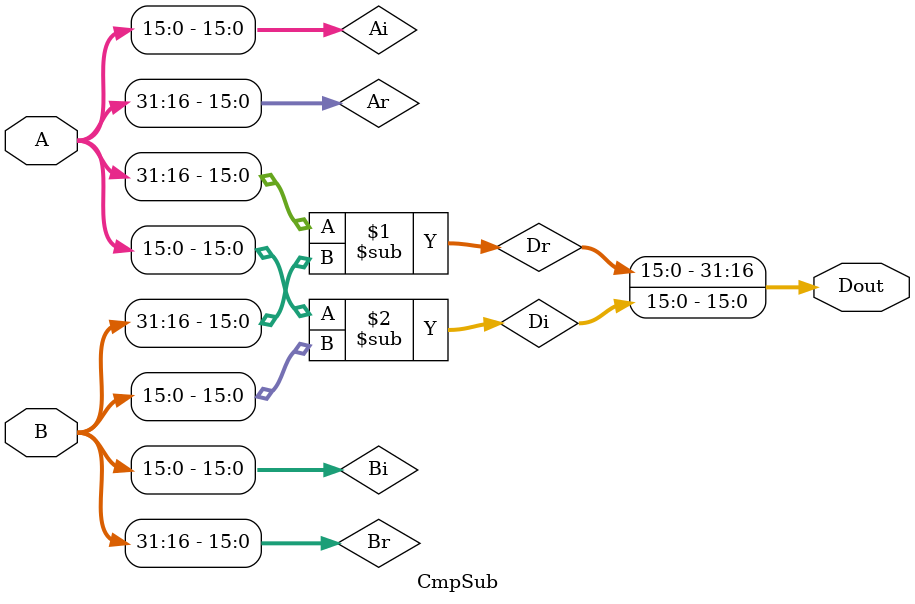
<source format=v>
module CmpSub(A, B, Dout);
    input [31:0] A, B;
    output [31:0] Dout;
    
    wire signed [15:0] Ar, Ai, Br, Bi, Dr, Di;
    
    assign {Ar, Ai} = A;
    assign {Br, Bi} = B;
    assign Dr = Ar - Br;
    assign Di = Ai - Bi;
    assign Dout = {Dr, Di};
endmodule
</source>
